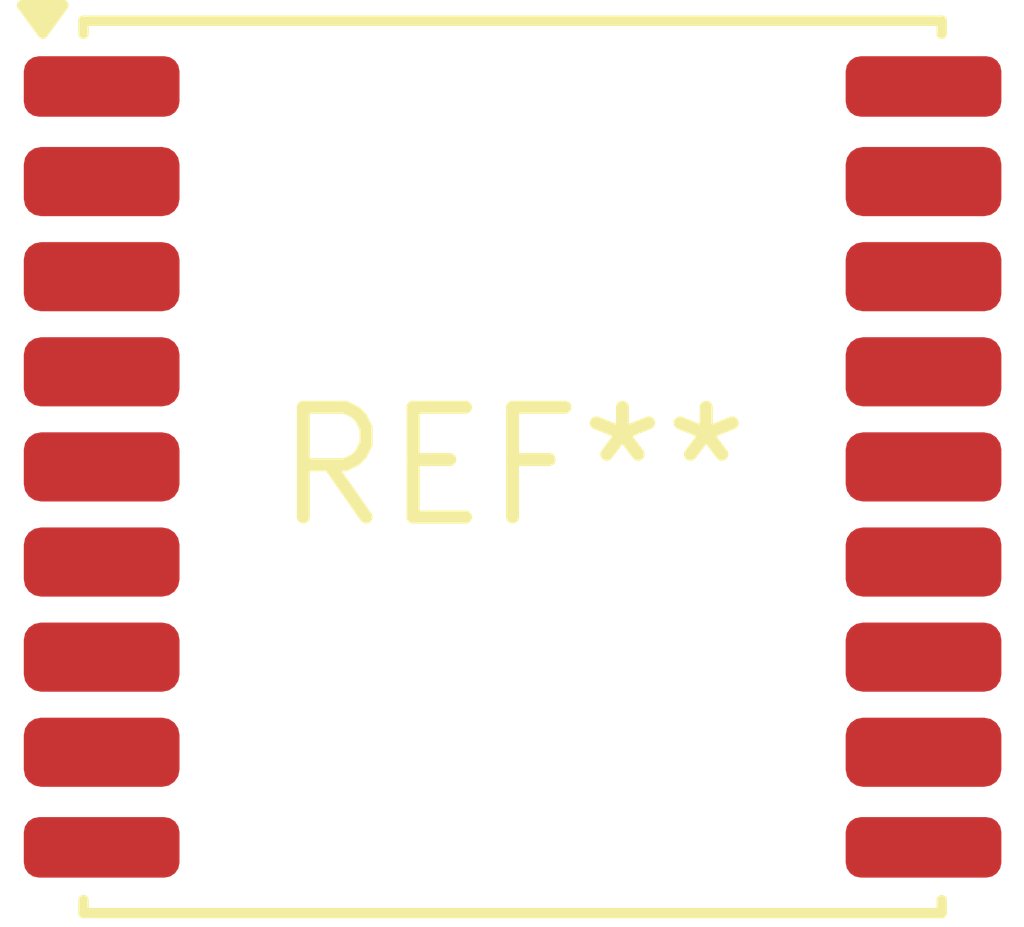
<source format=kicad_pcb>
(kicad_pcb (version 20240108) (generator pcbnew)
  (layers (0 "F.Cu" signal) (31 "B.Cu" signal) (34 "B.Paste" user) (35 "F.Paste" user) (36 "B.SilkS" user "B.Silkscreen") (37 "F.SilkS" user "F.Silkscreen") (38 "B.Mask" user) (39 "F.Mask" user) (44 "Edge.Cuts" user))
  (net 0 "")
  (footprint "ublox_MAX" (layer "F.Cu") (at 0 0)
    (property "Reference" "REF**")
    (property "Value" "ublox_MAX")
    (fp_line (start -4.96 -5.16) (end -4.96 -5.01) (layer "F.SilkS") (stroke (width 0.12)))
    (fp_line (start -4.96 -5.16) (end 4.96 -5.16) (layer "F.SilkS") (stroke (width 0.12)))
    (fp_line (start -4.96 5.01) (end -4.96 5.16) (layer "F.SilkS") (stroke (width 0.12)))
    (fp_line (start -4.96 5.16) (end 4.96 5.16) (layer "F.SilkS") (stroke (width 0.12)))
    (fp_line (start 4.96 -5.16) (end 4.96 -5.01) (layer "F.SilkS") (stroke (width 0.12)))
    (fp_line (start 4.96 5.01) (end 4.96 5.16) (layer "F.SilkS") (stroke (width 0.12)))
    (fp_poly (pts (xy -5.43 -5.01) (xy -5.67 -5.34) (xy -5.19 -5.34) (xy -5.43 -5.01)) (layer "F.SilkS") (stroke (width 0.12)) (fill solid))
    (pad "1" smd roundrect (at -4.75 -4.4) (size 1.8 0.7) (layers "F.Cu" "F.Paste" "F.Mask"))
    (pad "2" smd roundrect (at -4.75 -3.3) (size 1.8 0.8) (layers "F.Cu" "F.Paste" "F.Mask"))
    (pad "3" smd roundrect (at -4.75 -2.2) (size 1.8 0.8) (layers "F.Cu" "F.Paste" "F.Mask"))
    (pad "4" smd roundrect (at -4.75 -1.1) (size 1.8 0.8) (layers "F.Cu" "F.Paste" "F.Mask"))
    (pad "5" smd roundrect (at -4.75 0) (size 1.8 0.8) (layers "F.Cu" "F.Paste" "F.Mask"))
    (pad "6" smd roundrect (at -4.75 1.1) (size 1.8 0.8) (layers "F.Cu" "F.Paste" "F.Mask"))
    (pad "7" smd roundrect (at -4.75 2.2) (size 1.8 0.8) (layers "F.Cu" "F.Paste" "F.Mask"))
    (pad "8" smd roundrect (at -4.75 3.3) (size 1.8 0.8) (layers "F.Cu" "F.Paste" "F.Mask"))
    (pad "9" smd roundrect (at -4.75 4.4) (size 1.8 0.7) (layers "F.Cu" "F.Paste" "F.Mask"))
    (pad "10" smd roundrect (at 4.75 4.4) (size 1.8 0.7) (layers "F.Cu" "F.Paste" "F.Mask"))
    (pad "11" smd roundrect (at 4.75 3.3) (size 1.8 0.8) (layers "F.Cu" "F.Paste" "F.Mask"))
    (pad "12" smd roundrect (at 4.75 2.2) (size 1.8 0.8) (layers "F.Cu" "F.Paste" "F.Mask"))
    (pad "13" smd roundrect (at 4.75 1.1) (size 1.8 0.8) (layers "F.Cu" "F.Paste" "F.Mask"))
    (pad "14" smd roundrect (at 4.75 0) (size 1.8 0.8) (layers "F.Cu" "F.Paste" "F.Mask"))
    (pad "15" smd roundrect (at 4.75 -1.1) (size 1.8 0.8) (layers "F.Cu" "F.Paste" "F.Mask"))
    (pad "16" smd roundrect (at 4.75 -2.2) (size 1.8 0.8) (layers "F.Cu" "F.Paste" "F.Mask"))
    (pad "17" smd roundrect (at 4.75 -3.3) (size 1.8 0.8) (layers "F.Cu" "F.Paste" "F.Mask"))
    (pad "18" smd roundrect (at 4.75 -4.4) (size 1.8 0.7) (layers "F.Cu" "F.Paste" "F.Mask"))
  )
)
</source>
